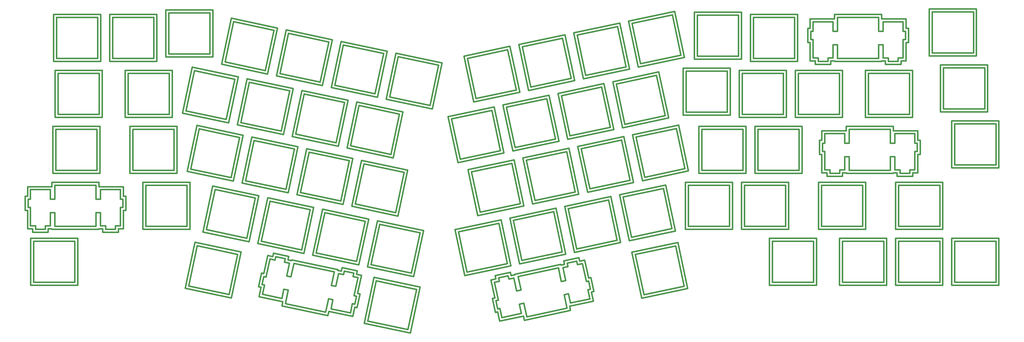
<source format=gbr>
%TF.GenerationSoftware,KiCad,Pcbnew,(6.0.1)*%
%TF.CreationDate,2022-05-08T22:21:04+09:00*%
%TF.ProjectId,skeleton68-plate,736b656c-6574-46f6-9e36-382d706c6174,rev?*%
%TF.SameCoordinates,Original*%
%TF.FileFunction,Paste,Top*%
%TF.FilePolarity,Positive*%
%FSLAX46Y46*%
G04 Gerber Fmt 4.6, Leading zero omitted, Abs format (unit mm)*
G04 Created by KiCad (PCBNEW (6.0.1)) date 2022-05-08 22:21:04*
%MOMM*%
%LPD*%
G01*
G04 APERTURE LIST*
%ADD10C,0.500000*%
G04 APERTURE END LIST*
D10*
X95695593Y-155920821D02*
X94869803Y-155920821D01*
X95695593Y-160719494D02*
X95695593Y-155920821D01*
X94869803Y-160719494D02*
X95695593Y-160719494D01*
X94869803Y-166989396D02*
X94869803Y-160719494D01*
X93144499Y-166989396D02*
X94869803Y-166989396D01*
X93144499Y-168189667D02*
X93144499Y-166989396D01*
X87845598Y-168189667D02*
X93144499Y-168189667D01*
X87845598Y-166989396D02*
X87845598Y-168189667D01*
X86594684Y-166989396D02*
X87845598Y-166989396D01*
X86594684Y-167219528D02*
X86594684Y-166989396D01*
X70595316Y-167219528D02*
X86594684Y-167219528D01*
X70595316Y-166989396D02*
X70595316Y-167219528D01*
X69345780Y-166989396D02*
X70595316Y-166989396D01*
X69345780Y-168189667D02*
X69345780Y-166989396D01*
X64045500Y-168189667D02*
X69345780Y-168189667D01*
X64045500Y-166989396D02*
X64045500Y-168189667D01*
X62320541Y-166989396D02*
X64045500Y-166989396D01*
X62320541Y-160719494D02*
X62320541Y-166989396D01*
X61494407Y-160719494D02*
X62320541Y-160719494D01*
X61494407Y-155920821D02*
X61494407Y-160719494D01*
X62320541Y-155920821D02*
X61494407Y-155920821D01*
X62320541Y-152690699D02*
X62320541Y-155920821D01*
X70595316Y-152690699D02*
X62320541Y-152690699D01*
X70595316Y-151220333D02*
X70595316Y-152690699D01*
X86594684Y-151220333D02*
X70595316Y-151220333D01*
X86594684Y-152690699D02*
X86594684Y-151220333D01*
X94869803Y-152690699D02*
X86594684Y-152690699D01*
X94869803Y-155920821D02*
X94869803Y-152690699D01*
X94695568Y-156920717D02*
X94695568Y-159719620D01*
X93869563Y-156920717D02*
X94695568Y-156920717D01*
X93869563Y-153690617D02*
X93869563Y-156920717D01*
X87120556Y-153690617D02*
X93869563Y-153690617D01*
X87120556Y-156920717D02*
X87120556Y-153690617D01*
X85594551Y-156920717D02*
X87120556Y-156920717D01*
X85594551Y-152220315D02*
X85594551Y-156920717D01*
X71595556Y-152220315D02*
X85594551Y-152220315D01*
X71595556Y-156920717D02*
X71595556Y-152220315D01*
X70069551Y-156920717D02*
X71595556Y-156920717D01*
X70069551Y-153690617D02*
X70069551Y-156920717D01*
X63320566Y-153690617D02*
X70069551Y-153690617D01*
X63320566Y-156920717D02*
X63320566Y-153690617D01*
X62494562Y-156920717D02*
X63320566Y-156920717D01*
X62494562Y-159719620D02*
X62494562Y-156920717D01*
X63320566Y-159719620D02*
X62494562Y-159719620D01*
X63320566Y-165989522D02*
X63320566Y-159719620D01*
X65045547Y-165989522D02*
X63320566Y-165989522D01*
X65045547Y-167189728D02*
X65045547Y-165989522D01*
X68345561Y-167189728D02*
X65045547Y-167189728D01*
X68345561Y-165989522D02*
X68345561Y-167189728D01*
X70069551Y-165989522D02*
X68345561Y-165989522D01*
X70069551Y-161520630D02*
X70069551Y-165989522D01*
X71595556Y-161520630D02*
X70069551Y-161520630D01*
X71595556Y-166219611D02*
X71595556Y-161520630D01*
X85594551Y-166219611D02*
X71595556Y-166219611D01*
X85594551Y-161520630D02*
X85594551Y-166219611D01*
X87120556Y-161520630D02*
X85594551Y-161520630D01*
X87120556Y-165989522D02*
X87120556Y-161520630D01*
X88845559Y-165989522D02*
X87120556Y-165989522D01*
X88845559Y-167189728D02*
X88845559Y-165989522D01*
X92144561Y-167189728D02*
X88845559Y-167189728D01*
X92144561Y-165989522D02*
X92144561Y-167189728D01*
X93869563Y-165989522D02*
X92144561Y-165989522D01*
X93869563Y-159719620D02*
X93869563Y-165989522D01*
X94695568Y-159719620D02*
X93869563Y-159719620D01*
X285370695Y-108677087D02*
X282046178Y-93025502D01*
X269720660Y-112003327D02*
X285370695Y-108677087D01*
X266394764Y-96353636D02*
X269720660Y-112003327D01*
X282046178Y-93025502D02*
X266394764Y-96353636D01*
X270490918Y-110817288D02*
X267580911Y-97123701D01*
X284184915Y-107906807D02*
X270490918Y-110817288D01*
X281275919Y-94211691D02*
X284184915Y-107906807D01*
X267580911Y-97123701D02*
X281275919Y-94211691D01*
X266737896Y-112637741D02*
X263412345Y-96987706D01*
X251088550Y-115963809D02*
X266737896Y-112637741D01*
X247760932Y-100313429D02*
X251088550Y-115963809D01*
X263412345Y-96987706D02*
X247760932Y-100313429D01*
X251858916Y-114777899D02*
X248946928Y-101083709D01*
X265551922Y-111867504D02*
X251858916Y-114777899D01*
X262641914Y-98173702D02*
X265551922Y-111867504D01*
X248946928Y-101083709D02*
X262641914Y-98173702D01*
X248105097Y-116598051D02*
X244776790Y-100946638D01*
X232453684Y-119924118D02*
X248105097Y-116598051D01*
X229126755Y-104274600D02*
X232453684Y-119924118D01*
X244776790Y-100946638D02*
X229126755Y-104274600D01*
X233223921Y-118738209D02*
X230312923Y-105044794D01*
X246918929Y-115827792D02*
X233223921Y-118738209D01*
X244006919Y-102132698D02*
X246918929Y-115827792D01*
X230312923Y-105044794D02*
X244006919Y-102132698D01*
X229470920Y-120558533D02*
X226143302Y-104909014D01*
X213819679Y-123886323D02*
X229470920Y-120558533D01*
X210493956Y-108235082D02*
X213819679Y-123886323D01*
X226143302Y-104909014D02*
X210493956Y-108235082D01*
X214589916Y-122700198D02*
X211679930Y-109005405D01*
X228284924Y-119788403D02*
X214589916Y-122700198D01*
X225372914Y-106094988D02*
X228284924Y-119788403D01*
X211679930Y-109005405D02*
X225372914Y-106094988D01*
X280015983Y-129291505D02*
X276688365Y-113640092D01*
X264364570Y-132617400D02*
X280015983Y-129291505D01*
X261038675Y-116967537D02*
X264364570Y-132617400D01*
X276688365Y-113640092D02*
X261038675Y-116967537D01*
X265134915Y-131431491D02*
X262224929Y-117737689D01*
X278829923Y-128521096D02*
X265134915Y-131431491D01*
X275917913Y-114826195D02*
X278829923Y-128521096D01*
X262224929Y-117737689D02*
X275917913Y-114826195D01*
X261382151Y-133251642D02*
X258056255Y-117601952D01*
X245730737Y-136577710D02*
X261382151Y-133251642D01*
X242406220Y-120926641D02*
X245730737Y-136577710D01*
X258056255Y-117601952D02*
X242406220Y-120926641D01*
X246500910Y-135391800D02*
X243591914Y-121696900D01*
X260195918Y-132481298D02*
X246500910Y-135391800D01*
X257285910Y-118787904D02*
X260195918Y-132481298D01*
X243591914Y-121696900D02*
X257285910Y-118787904D01*
X242747974Y-137212297D02*
X239422078Y-121560883D01*
X227098972Y-140538364D02*
X242747974Y-137212297D01*
X223770837Y-124888845D02*
X227098972Y-140538364D01*
X239422078Y-121560883D02*
X223770837Y-124888845D01*
X227868929Y-139352390D02*
X224956919Y-125658997D01*
X241561913Y-136441995D02*
X227868929Y-139352390D01*
X238651927Y-122747094D02*
X241561913Y-136441995D01*
X224956919Y-125658997D02*
X238651927Y-122747094D01*
X224113969Y-141172778D02*
X220788246Y-125522915D01*
X208464795Y-144500224D02*
X224113969Y-141172778D01*
X205136833Y-128848983D02*
X208464795Y-144500224D01*
X220788246Y-125522915D02*
X205136833Y-128848983D01*
X209234924Y-143314099D02*
X206322914Y-129619306D01*
X222927930Y-140402606D02*
X209234924Y-143314099D01*
X220017923Y-126708803D02*
X222927930Y-140402606D01*
X206322914Y-129619306D02*
X220017923Y-126708803D01*
X286771126Y-147331403D02*
X283445231Y-131678440D01*
X271120746Y-150656093D02*
X286771126Y-147331403D01*
X267794851Y-135006230D02*
X271120746Y-150656093D01*
X283445231Y-131678440D02*
X267794851Y-135006230D01*
X271890919Y-149470097D02*
X268980912Y-135776295D01*
X285584915Y-146561101D02*
X271890919Y-149470097D01*
X282674929Y-132864500D02*
X285584915Y-146561101D01*
X268980912Y-135776295D02*
X282674929Y-132864500D01*
X268136949Y-151290335D02*
X264811399Y-135640299D01*
X252487948Y-154617952D02*
X268136949Y-151290335D01*
X249159641Y-138968089D02*
X252487948Y-154617952D01*
X264811399Y-135640299D02*
X249159641Y-138968089D01*
X253257926Y-153431806D02*
X250345916Y-139738305D01*
X266950911Y-150519904D02*
X253257926Y-153431806D01*
X264040925Y-136826489D02*
X266950911Y-150519904D01*
X250345916Y-139738305D02*
X264040925Y-136826489D01*
X249505184Y-155252195D02*
X246176877Y-139602159D01*
X233853426Y-158578434D02*
X249505184Y-155252195D01*
X230527875Y-142928227D02*
X233853426Y-158578434D01*
X246176877Y-139602159D02*
X230527875Y-142928227D01*
X234623922Y-157392395D02*
X231713914Y-143698593D01*
X248318930Y-154482000D02*
X234623922Y-157392395D01*
X245406920Y-140788198D02*
X248318930Y-154482000D01*
X231713914Y-143698593D02*
X245406920Y-140788198D01*
X230871007Y-159212676D02*
X227543389Y-143562813D01*
X215219594Y-162538916D02*
X230871007Y-159212676D01*
X211893871Y-146888881D02*
X215219594Y-162538916D01*
X227543389Y-143562813D02*
X211893871Y-146888881D01*
X215989917Y-161352705D02*
X213079931Y-147659204D01*
X229684925Y-158442288D02*
X215989917Y-161352705D01*
X226772915Y-144748809D02*
X229684925Y-158442288D01*
X213079931Y-147659204D02*
X226772915Y-144748809D01*
X282347968Y-167746867D02*
X279020350Y-152097176D01*
X266696555Y-171073107D02*
X282347968Y-167746867D01*
X263369626Y-155421693D02*
X266696555Y-171073107D01*
X279020350Y-152097176D02*
X263369626Y-155421693D01*
X267466921Y-169887003D02*
X264555923Y-156191909D01*
X281161929Y-166976694D02*
X267466921Y-169887003D01*
X278249919Y-153282892D02*
X281161929Y-166976694D01*
X264555923Y-156191909D02*
X278249919Y-153282892D01*
X263714136Y-171707349D02*
X260385829Y-156055935D01*
X248062722Y-175033588D02*
X263714136Y-171707349D01*
X244735794Y-159383553D02*
X248062722Y-175033588D01*
X260385829Y-156055935D02*
X244735794Y-159383553D01*
X248832917Y-173847507D02*
X245921919Y-160153898D01*
X262527925Y-170937004D02*
X248832917Y-173847507D01*
X259615915Y-157242103D02*
X262527925Y-170937004D01*
X245921919Y-160153898D02*
X259615915Y-157242103D01*
X245079959Y-175667830D02*
X241752341Y-160017795D01*
X229428545Y-178995448D02*
X245079959Y-175667830D01*
X226102650Y-163344035D02*
X229428545Y-178995448D01*
X241752341Y-160017795D02*
X226102650Y-163344035D01*
X230198912Y-177809302D02*
X227288926Y-164114207D01*
X243893920Y-174897507D02*
X230198912Y-177809302D01*
X240981910Y-161203791D02*
X243893920Y-174897507D01*
X227288926Y-164114207D02*
X240981910Y-161203791D01*
X226446126Y-179628312D02*
X223120231Y-163978277D01*
X210794541Y-182954552D02*
X226446126Y-179628312D01*
X207470024Y-167304517D02*
X210794541Y-182954552D01*
X223120231Y-163978277D02*
X207470024Y-167304517D01*
X211564929Y-181768405D02*
X208655912Y-168074905D01*
X225259915Y-178857989D02*
X211564929Y-181768405D01*
X222349929Y-165164402D02*
X225259915Y-178857989D01*
X208655912Y-168074905D02*
X222349929Y-165164402D01*
X286504820Y-187312253D02*
X283180303Y-171660840D01*
X270854441Y-190638493D02*
X286504820Y-187312253D01*
X267528890Y-174988458D02*
X270854441Y-190638493D01*
X283180303Y-171660840D02*
X267528890Y-174988458D01*
X271624915Y-189452389D02*
X268714929Y-175758802D01*
X285318911Y-186541994D02*
X271624915Y-189452389D01*
X282409915Y-172847008D02*
X285318911Y-186541994D01*
X268714929Y-175758802D02*
X282409915Y-172847008D01*
X254497816Y-191664787D02*
X253826023Y-188505979D01*
X246404598Y-193385956D02*
X254497816Y-191664787D01*
X246709833Y-194822217D02*
X246404598Y-193385956D01*
X231058420Y-198149834D02*
X246709833Y-194822217D01*
X230752840Y-196710818D02*
X231058420Y-198149834D01*
X222659105Y-198432332D02*
X230752840Y-196710818D01*
X221988345Y-195273180D02*
X222659105Y-198432332D01*
X221180126Y-195445435D02*
X221988345Y-195273180D01*
X220183804Y-190748047D02*
X221180126Y-195445435D01*
X220990129Y-190577170D02*
X220183804Y-190748047D01*
X219685471Y-184446278D02*
X220990129Y-190577170D01*
X221374084Y-184086266D02*
X219685471Y-184446278D01*
X221125176Y-182911833D02*
X221374084Y-184086266D01*
X226307633Y-181809747D02*
X221125176Y-182911833D01*
X226557403Y-182984180D02*
X226307633Y-181809747D01*
X227779378Y-182725108D02*
X226557403Y-182984180D01*
X227731491Y-182500144D02*
X227779378Y-182725108D01*
X243381871Y-179172181D02*
X227731491Y-182500144D01*
X243429758Y-179396802D02*
X243381871Y-179172181D01*
X244652767Y-179138075D02*
X243429758Y-179396802D01*
X244403686Y-177964676D02*
X244652767Y-179138075D01*
X249589589Y-176862589D02*
X244403686Y-177964676D01*
X249838325Y-178036678D02*
X249589589Y-176862589D01*
X251524699Y-177675632D02*
X249838325Y-178036678D01*
X252828667Y-183809969D02*
X251524699Y-177675632D01*
X253635853Y-183637370D02*
X252828667Y-183809969D01*
X254632519Y-188335102D02*
X253635853Y-183637370D01*
X253826023Y-188505979D02*
X254632519Y-188335102D01*
X252639575Y-187734902D02*
X253311584Y-190894700D01*
X253446588Y-187563982D02*
X252639575Y-187734902D01*
X252865573Y-184824485D02*
X253446588Y-187563982D01*
X252058581Y-184996697D02*
X252865573Y-184824485D01*
X250754591Y-178863049D02*
X252058581Y-184996697D01*
X249067592Y-179224116D02*
X250754591Y-178863049D01*
X248818576Y-178048628D02*
X249067592Y-179224116D01*
X245589574Y-178734891D02*
X248818576Y-178048628D01*
X245838590Y-179909001D02*
X245589574Y-178734891D01*
X244152582Y-180265913D02*
X245838590Y-179909001D01*
X245080583Y-184639785D02*
X244152582Y-180265913D01*
X243588577Y-184956798D02*
X245080583Y-184639785D01*
X242611591Y-180358242D02*
X243588577Y-184956798D01*
X228917573Y-183270015D02*
X242611591Y-180358242D01*
X229895593Y-187867193D02*
X228917573Y-183270015D01*
X228403586Y-188184099D02*
X229895593Y-187867193D01*
X227475585Y-183811584D02*
X228403586Y-188184099D01*
X225787575Y-184169895D02*
X227475585Y-183811584D01*
X225537590Y-182995807D02*
X225787575Y-184169895D01*
X222310591Y-183682091D02*
X225537590Y-182995807D01*
X222559585Y-184856201D02*
X222310591Y-183682091D01*
X220871574Y-185215783D02*
X222559585Y-184856201D01*
X222176576Y-191348096D02*
X220871574Y-185215783D01*
X221369584Y-191518995D02*
X222176576Y-191348096D01*
X221950578Y-194258491D02*
X221369584Y-191518995D01*
X222758582Y-194086301D02*
X221950578Y-194258491D01*
X223429579Y-197246100D02*
X222758582Y-194086301D01*
X230031588Y-195841900D02*
X223429579Y-197246100D01*
X229360591Y-192683394D02*
X230031588Y-195841900D01*
X230851585Y-192366488D02*
X229360591Y-192683394D01*
X231828593Y-196963602D02*
X230851585Y-192366488D01*
X245523579Y-194051786D02*
X231828593Y-196963602D01*
X244546593Y-189456093D02*
X245523579Y-194051786D01*
X246038578Y-189139101D02*
X244546593Y-189456093D01*
X246708585Y-192298986D02*
X246038578Y-189139101D01*
X253311584Y-190894700D02*
X246708585Y-192298986D01*
X147169139Y-98676664D02*
X131519965Y-95351114D01*
X143843416Y-114328422D02*
X147169139Y-98676664D01*
X128192175Y-111000632D02*
X143843416Y-114328422D01*
X131519965Y-95351114D02*
X128192175Y-111000632D01*
X145983101Y-99447009D02*
X143073093Y-113142297D01*
X132290095Y-96537002D02*
X145983101Y-99447009D01*
X129378300Y-110230502D02*
X132290095Y-96537002D01*
X143073093Y-113142297D02*
X129378300Y-110230502D01*
X165802110Y-102637663D02*
X150151731Y-99310906D01*
X162477421Y-118287181D02*
X165802110Y-102637663D01*
X146826180Y-114962492D02*
X162477421Y-118287181D01*
X150151731Y-99310906D02*
X146826180Y-114962492D01*
X164616093Y-103408008D02*
X161707098Y-117101207D01*
X150922097Y-100497010D02*
X164616093Y-103408008D01*
X148012090Y-114192190D02*
X150922097Y-100497010D01*
X161707098Y-117101207D02*
X148012090Y-114192190D01*
X184436287Y-106598145D02*
X168785735Y-103272077D01*
X181109186Y-122249386D02*
X184436287Y-106598145D01*
X165460185Y-118921596D02*
X181109186Y-122249386D01*
X168785735Y-103272077D02*
X165460185Y-118921596D01*
X183250098Y-107368403D02*
X180339100Y-121063304D01*
X169556102Y-104458008D02*
X183250098Y-107368403D01*
X166646094Y-118151401D02*
X169556102Y-104458008D01*
X180339100Y-121063304D02*
X166646094Y-118151401D01*
X203071326Y-110560004D02*
X187419740Y-107232214D01*
X199743191Y-126209867D02*
X203071326Y-110560004D01*
X184094189Y-122883800D02*
X199743191Y-126209867D01*
X187419740Y-107232214D02*
X184094189Y-122883800D01*
X201885093Y-111330091D02*
X198973105Y-125023893D01*
X188190085Y-108418296D02*
X201885093Y-111330091D01*
X185280099Y-122113498D02*
X188190085Y-108418296D01*
X198973105Y-125023893D02*
X185280099Y-122113498D01*
X133892603Y-115330773D02*
X118240845Y-112004705D01*
X130564640Y-130980463D02*
X133892603Y-115330773D01*
X114914777Y-127654396D02*
X130564640Y-130980463D01*
X118240845Y-112004705D02*
X114914777Y-127654396D01*
X132706392Y-116101096D02*
X129794489Y-129794489D01*
X119011190Y-113190701D02*
X132706392Y-116101096D01*
X116100794Y-126884094D02*
X119011190Y-113190701D01*
X129794489Y-129794489D02*
X116100794Y-126884094D01*
X152526263Y-119291082D02*
X136874849Y-115965015D01*
X149198300Y-134941117D02*
X152526263Y-119291082D01*
X133548782Y-131615050D02*
X149198300Y-134941117D01*
X136874849Y-115965015D02*
X133548782Y-131615050D01*
X151340095Y-120061405D02*
X148428085Y-133755100D01*
X137645087Y-117150903D02*
X151340095Y-120061405D01*
X134734799Y-130844705D02*
X137645087Y-117150903D01*
X148428085Y-133755100D02*
X134734799Y-130844705D01*
X171158028Y-123251736D02*
X155509026Y-119925669D01*
X167832477Y-138901427D02*
X171158028Y-123251736D01*
X152181925Y-135576737D02*
X167832477Y-138901427D01*
X155509026Y-119925669D02*
X152181925Y-135576737D01*
X169972097Y-124021995D02*
X167062089Y-137715410D01*
X156279091Y-121111600D02*
X169972097Y-124021995D01*
X153368093Y-134806393D02*
X156279091Y-121111600D01*
X167062089Y-137715410D02*
X153368093Y-134806393D01*
X189792033Y-127212046D02*
X174142859Y-123885978D01*
X186466482Y-142863631D02*
X189792033Y-127212046D01*
X170814897Y-139535841D02*
X186466482Y-142863631D01*
X174142859Y-123885978D02*
X170814897Y-139535841D01*
X188606102Y-127982304D02*
X185696094Y-141677506D01*
X174913096Y-125071909D02*
X188606102Y-127982304D01*
X172001086Y-138765604D02*
X174913096Y-125071909D01*
X185696094Y-141677506D02*
X172001086Y-138765604D01*
X135521099Y-135152302D02*
X119870030Y-131826234D01*
X132195032Y-150803543D02*
X135521099Y-135152302D01*
X116544996Y-147475753D02*
X132195032Y-150803543D01*
X119870030Y-131826234D02*
X116544996Y-147475753D01*
X134335190Y-135922603D02*
X131424687Y-149617396D01*
X120640289Y-133012208D02*
X134335190Y-135922603D01*
X117730992Y-146705602D02*
X120640289Y-133012208D01*
X131424687Y-149617396D02*
X117730992Y-146705602D01*
X154155276Y-139114506D02*
X138503863Y-135786716D01*
X150827314Y-154764369D02*
X154155276Y-139114506D01*
X135177623Y-151436062D02*
X150827314Y-154764369D01*
X138503863Y-135786716D02*
X135177623Y-151436062D01*
X152969087Y-139884700D02*
X150057098Y-153578093D01*
X139274100Y-136972798D02*
X152969087Y-139884700D01*
X136363597Y-150666191D02*
X139274100Y-136972798D01*
X150057098Y-153578093D02*
X136363597Y-150666191D01*
X172789281Y-143073265D02*
X157138901Y-139748576D01*
X169461319Y-158724506D02*
X172789281Y-143073265D01*
X153810939Y-155398267D02*
X169461319Y-158724506D01*
X157138901Y-139748576D02*
X153810939Y-155398267D01*
X171603091Y-143843502D02*
X168691103Y-157538403D01*
X157909095Y-140934507D02*
X171603091Y-143843502D01*
X154997085Y-154627900D02*
X157909095Y-140934507D01*
X168691103Y-157538403D02*
X154997085Y-154627900D01*
X191423286Y-147035470D02*
X175771872Y-143707507D01*
X188096185Y-162684988D02*
X191423286Y-147035470D01*
X172444944Y-159359093D02*
X188096185Y-162684988D01*
X175771872Y-143707507D02*
X172444944Y-159359093D01*
X190237096Y-147805599D02*
X187326098Y-161498992D01*
X176542088Y-144893697D02*
X190237096Y-147805599D01*
X173631090Y-158588597D02*
X176542088Y-144893697D01*
X187326098Y-161498992D02*
X173631090Y-158588597D01*
X140877017Y-155766547D02*
X125226120Y-152440308D01*
X137551294Y-171416583D02*
X140877017Y-155766547D01*
X121900053Y-168089998D02*
X137551294Y-171416583D01*
X125226120Y-152440308D02*
X121900053Y-168089998D01*
X139691086Y-156536806D02*
X136780992Y-170230307D01*
X125996487Y-153626389D02*
X139691086Y-156536806D01*
X123086092Y-167319804D02*
X125996487Y-153626389D01*
X136780992Y-170230307D02*
X123086092Y-167319804D01*
X159509988Y-159728063D02*
X143859781Y-156400445D01*
X156185471Y-175378098D02*
X159509988Y-159728063D01*
X140534058Y-172050480D02*
X156185471Y-175378098D01*
X143859781Y-156400445D02*
X140534058Y-172050480D01*
X158324100Y-160498494D02*
X155415104Y-174192102D01*
X144630104Y-157586699D02*
X158324100Y-160498494D01*
X141720096Y-171280307D02*
X144630104Y-157586699D01*
X155415104Y-174192102D02*
X141720096Y-171280307D01*
X178145199Y-163687511D02*
X162493785Y-160361271D01*
X174817236Y-179338580D02*
X178145199Y-163687511D01*
X159168062Y-176012684D02*
X174817236Y-179338580D01*
X162493785Y-160361271D02*
X159168062Y-176012684D01*
X176959095Y-164457705D02*
X174047085Y-178152605D01*
X163264087Y-161547310D02*
X176959095Y-164457705D01*
X160354101Y-175242189D02*
X163264087Y-161547310D01*
X174047085Y-178152605D02*
X160354101Y-175242189D01*
X196779203Y-167649026D02*
X181127790Y-164321408D01*
X193451241Y-183299406D02*
X196779203Y-167649026D01*
X177802067Y-179971788D02*
X193451241Y-183299406D01*
X181127790Y-164321408D02*
X177802067Y-179971788D01*
X195593100Y-168419393D02*
X192681090Y-182113109D01*
X181898092Y-165507598D02*
X195593100Y-168419393D01*
X178988084Y-179201293D02*
X181898092Y-165507598D01*
X192681090Y-182113109D02*
X178988084Y-179201293D01*
X134854129Y-174936437D02*
X119204266Y-171608819D01*
X131529267Y-190586472D02*
X134854129Y-174936437D01*
X115878198Y-187259888D02*
X131529267Y-190586472D01*
X119204266Y-171608819D02*
X115878198Y-187259888D01*
X133668090Y-175706609D02*
X130758987Y-189400196D01*
X119974589Y-172794793D02*
X133668090Y-175706609D01*
X117064194Y-186489693D02*
X119974589Y-172794793D01*
X130758987Y-189400196D02*
X117064194Y-186489693D01*
X174404858Y-189014475D02*
X175709172Y-182880827D01*
X175210322Y-189186730D02*
X174404858Y-189014475D01*
X174214689Y-193881361D02*
X175210322Y-189186730D01*
X173406470Y-193709106D02*
X174214689Y-193881361D01*
X172735365Y-196867570D02*
X173406470Y-193709106D01*
X164642147Y-195147434D02*
X172735365Y-196867570D01*
X164336395Y-196586450D02*
X164642147Y-195147434D01*
X148684981Y-193258143D02*
X164336395Y-196586450D01*
X148990561Y-191821194D02*
X148684981Y-193258143D01*
X140895620Y-190101747D02*
X148990561Y-191821194D01*
X141568448Y-186942250D02*
X140895620Y-190101747D01*
X140760917Y-186771718D02*
X141568448Y-186942250D01*
X141758789Y-182075019D02*
X140760917Y-186771718D01*
X142566836Y-182246929D02*
X141758789Y-182075019D01*
X143869771Y-176113970D02*
X142566836Y-182246929D01*
X145556490Y-176471916D02*
X143869771Y-176113970D01*
X145804709Y-175297483D02*
X145556490Y-176471916D01*
X150991817Y-176401291D02*
X145804709Y-175297483D01*
X150741703Y-177574002D02*
X150991817Y-176401291D01*
X151962990Y-177833417D02*
X150741703Y-177574002D01*
X152010704Y-177608797D02*
X151962990Y-177833417D01*
X167661256Y-180936415D02*
X152010704Y-177608797D01*
X167613542Y-181160691D02*
X167661256Y-180936415D01*
X168837240Y-181420451D02*
X167613542Y-181160691D01*
X169087353Y-180246018D02*
X168837240Y-181420451D01*
X174268605Y-181348448D02*
X169087353Y-180246018D01*
X174020902Y-182522192D02*
X174268605Y-181348448D01*
X175709172Y-182880827D02*
X174020902Y-182522192D01*
X173219100Y-189783205D02*
X174025101Y-189955503D01*
X174523090Y-183650999D02*
X173219100Y-189783205D01*
X172836091Y-183292709D02*
X174523090Y-183650999D01*
X173084095Y-182118599D02*
X172836091Y-183292709D01*
X169857095Y-181432293D02*
X173084095Y-182118599D01*
X169607089Y-182606403D02*
X169857095Y-181432293D01*
X167919100Y-182248092D02*
X169607089Y-182606403D01*
X166990087Y-186619294D02*
X167919100Y-182248092D01*
X165498102Y-186302302D02*
X166990087Y-186619294D01*
X166475088Y-181706609D02*
X165498102Y-186302302D01*
X152781092Y-178794793D02*
X166475088Y-181706609D01*
X151804085Y-183391907D02*
X152781092Y-178794793D01*
X150313090Y-183075001D02*
X151804085Y-183391907D01*
X151242103Y-178702507D02*
X150313090Y-183075001D01*
X149555105Y-178344196D02*
X151242103Y-178702507D01*
X149805089Y-177171399D02*
X149555105Y-178344196D01*
X146576088Y-176483801D02*
X149805089Y-177171399D01*
X146328105Y-177657890D02*
X146576088Y-176483801D01*
X144640095Y-177299600D02*
X146328105Y-177657890D01*
X143337095Y-183433205D02*
X144640095Y-177299600D01*
X142529091Y-183260993D02*
X143337095Y-183433205D01*
X141947085Y-186000490D02*
X142529091Y-183260993D01*
X142755089Y-186171410D02*
X141947085Y-186000490D01*
X142082090Y-189331294D02*
X142755089Y-186171410D01*
X148686101Y-190734094D02*
X142082090Y-189331294D01*
X149357098Y-187574210D02*
X148686101Y-190734094D01*
X150848092Y-187892601D02*
X149357098Y-187574210D01*
X149871085Y-192488294D02*
X150848092Y-187892601D01*
X163566093Y-195400132D02*
X149871085Y-192488294D01*
X164543100Y-190802996D02*
X163566093Y-195400132D01*
X166034095Y-191119902D02*
X164543100Y-190802996D01*
X165363098Y-194278408D02*
X166034095Y-191119902D01*
X171965085Y-195681251D02*
X165363098Y-194278408D01*
X172636103Y-192522809D02*
X171965085Y-195681251D01*
X173444086Y-192694999D02*
X172636103Y-192522809D01*
X174025101Y-189955503D02*
X173444086Y-192694999D01*
X195613211Y-186877138D02*
X179961797Y-183549520D01*
X192285248Y-202527173D02*
X195613211Y-186877138D01*
X176636074Y-199199555D02*
X192285248Y-202527173D01*
X179961797Y-183549520D02*
X176636074Y-199199555D01*
X194427086Y-187647310D02*
X191515097Y-201340876D01*
X180732099Y-184735494D02*
X194427086Y-187647310D01*
X177822092Y-198429081D02*
X180732099Y-184735494D01*
X191515097Y-201340876D02*
X177822092Y-198429081D01*
X384557750Y-92164228D02*
X368556660Y-92164228D01*
X384557750Y-108165318D02*
X384557750Y-92164228D01*
X368556660Y-108165318D02*
X384557750Y-108165318D01*
X368556660Y-92164228D02*
X368556660Y-108165318D01*
X383557639Y-93164188D02*
X383557639Y-107165401D01*
X369556642Y-93164188D02*
X383557639Y-93164188D01*
X369556642Y-107165401D02*
X369556642Y-93164188D01*
X383557639Y-107165401D02*
X369556642Y-107165401D01*
X125286237Y-92546289D02*
X109287042Y-92546289D01*
X125286237Y-108545657D02*
X125286237Y-92546289D01*
X109287042Y-108545657D02*
X125286237Y-108545657D01*
X109287042Y-92546289D02*
X109287042Y-108545657D01*
X124286341Y-93546185D02*
X124286341Y-107545696D01*
X110287045Y-93546185D02*
X124286341Y-93546185D01*
X110287045Y-107545696D02*
X110287045Y-93546185D01*
X124286341Y-107545696D02*
X110287045Y-107545696D01*
X304738677Y-93308172D02*
X288736553Y-93308172D01*
X304738677Y-109307712D02*
X304738677Y-93308172D01*
X288736553Y-109307712D02*
X304738677Y-109307712D01*
X288736553Y-93308172D02*
X288736553Y-109307712D01*
X303738652Y-94308197D02*
X303738652Y-108307687D01*
X289736643Y-94308197D02*
X303738652Y-94308197D01*
X289736643Y-108307687D02*
X289736643Y-94308197D01*
X303738652Y-108307687D02*
X289736643Y-108307687D01*
X323788677Y-94070227D02*
X307787587Y-94070227D01*
X323788677Y-110069595D02*
X323788677Y-94070227D01*
X307787587Y-110069595D02*
X323788677Y-110069595D01*
X307787587Y-94070227D02*
X307787587Y-110069595D01*
X322788652Y-95070188D02*
X322788652Y-109069699D01*
X308787655Y-95070188D02*
X322788652Y-95070188D01*
X308787655Y-109069699D02*
X308787655Y-95070188D01*
X322788652Y-109069699D02*
X308787655Y-109069699D01*
X106236237Y-94070227D02*
X90235663Y-94070227D01*
X106236237Y-110069595D02*
X106236237Y-94070227D01*
X90235663Y-110069595D02*
X106236237Y-110069595D01*
X90235663Y-94070227D02*
X90235663Y-110069595D01*
X105236341Y-95070188D02*
X105236341Y-109069699D01*
X91235646Y-95070188D02*
X105236341Y-95070188D01*
X91235646Y-109069699D02*
X91235646Y-95070188D01*
X105236341Y-109069699D02*
X91235646Y-109069699D01*
X87186237Y-94070227D02*
X71187042Y-94070227D01*
X87186237Y-110069595D02*
X87186237Y-94070227D01*
X71187042Y-110069595D02*
X87186237Y-110069595D01*
X71187042Y-94070227D02*
X71187042Y-110069595D01*
X86186341Y-95070188D02*
X86186341Y-109069699D01*
X72187045Y-95070188D02*
X86186341Y-95070188D01*
X72187045Y-109069699D02*
X72187045Y-95070188D01*
X86186341Y-109069699D02*
X72187045Y-109069699D01*
X361462863Y-98771232D02*
X360637763Y-98771232D01*
X361462863Y-103570078D02*
X361462863Y-98771232D01*
X360637763Y-103570078D02*
X361462863Y-103570078D01*
X360637763Y-109839463D02*
X360637763Y-103570078D01*
X358913837Y-109839463D02*
X360637763Y-109839463D01*
X358913837Y-111039734D02*
X358913837Y-109839463D01*
X353613558Y-111039734D02*
X358913837Y-111039734D01*
X353613558Y-109839463D02*
X353613558Y-111039734D01*
X352363677Y-109839463D02*
X353613558Y-109839463D01*
X352363677Y-110069595D02*
X352363677Y-109839463D01*
X336362587Y-110069595D02*
X352363677Y-110069595D01*
X336362587Y-109839463D02*
X336362587Y-110069595D01*
X335113740Y-109839463D02*
X336362587Y-109839463D01*
X335113740Y-111039734D02*
X335113740Y-109839463D01*
X329812427Y-111039734D02*
X335113740Y-111039734D01*
X329812427Y-109839463D02*
X329812427Y-111039734D01*
X328087467Y-109839463D02*
X329812427Y-109839463D01*
X328087467Y-103570078D02*
X328087467Y-109839463D01*
X327262367Y-103570078D02*
X328087467Y-103570078D01*
X327262367Y-98771232D02*
X327262367Y-103570078D01*
X328087467Y-98771232D02*
X327262367Y-98771232D01*
X328087467Y-95541283D02*
X328087467Y-98771232D01*
X336362587Y-95541283D02*
X328087467Y-95541283D01*
X336362587Y-94070227D02*
X336362587Y-95541283D01*
X352363677Y-94070227D02*
X336362587Y-94070227D01*
X352363677Y-95541283D02*
X352363677Y-94070227D01*
X360637763Y-95541283D02*
X352363677Y-95541283D01*
X360637763Y-98771232D02*
X360637763Y-95541283D01*
X360462645Y-99771193D02*
X360462645Y-102570182D01*
X359637652Y-99771193D02*
X360462645Y-99771193D01*
X359637652Y-96541200D02*
X359637652Y-99771193D01*
X352886643Y-96541200D02*
X359637652Y-96541200D01*
X352886643Y-99771193D02*
X352886643Y-96541200D01*
X351363652Y-99771193D02*
X352886643Y-99771193D01*
X351363652Y-95070188D02*
X351363652Y-99771193D01*
X337362655Y-95070188D02*
X351363652Y-95070188D01*
X337362655Y-99771193D02*
X337362655Y-95070188D01*
X335838652Y-99771193D02*
X337362655Y-99771193D01*
X335838652Y-96541200D02*
X335838652Y-99771193D01*
X329087643Y-96541200D02*
X335838652Y-96541200D01*
X329087643Y-99771193D02*
X329087643Y-96541200D01*
X328262650Y-99771193D02*
X329087643Y-99771193D01*
X328262650Y-102570182D02*
X328262650Y-99771193D01*
X329087643Y-102570182D02*
X328262650Y-102570182D01*
X329087643Y-108839588D02*
X329087643Y-102570182D01*
X330812646Y-108839588D02*
X329087643Y-108839588D01*
X330812646Y-110039795D02*
X330812646Y-108839588D01*
X334113650Y-110039795D02*
X330812646Y-110039795D01*
X334113650Y-108839588D02*
X334113650Y-110039795D01*
X335838652Y-108839588D02*
X334113650Y-108839588D01*
X335838652Y-104370696D02*
X335838652Y-108839588D01*
X337362655Y-104370696D02*
X335838652Y-104370696D01*
X337362655Y-109069699D02*
X337362655Y-104370696D01*
X351363652Y-109069699D02*
X337362655Y-109069699D01*
X351363652Y-104370696D02*
X351363652Y-109069699D01*
X352886643Y-104370696D02*
X351363652Y-104370696D01*
X352886643Y-108839588D02*
X352886643Y-104370696D01*
X354613648Y-108839588D02*
X352886643Y-108839588D01*
X354613648Y-110039795D02*
X354613648Y-108839588D01*
X357913640Y-110039795D02*
X354613648Y-110039795D01*
X357913640Y-108839588D02*
X357913640Y-110039795D01*
X359637652Y-108839588D02*
X357913640Y-108839588D01*
X359637652Y-102570182D02*
X359637652Y-108839588D01*
X360462645Y-102570182D02*
X359637652Y-102570182D01*
X388367681Y-111214400D02*
X372366591Y-111214400D01*
X388367681Y-127215318D02*
X388367681Y-111214400D01*
X372366591Y-127215318D02*
X388367681Y-127215318D01*
X372366591Y-111214400D02*
X372366591Y-127215318D01*
X387367656Y-112214296D02*
X387367656Y-126215401D01*
X373366659Y-112214296D02*
X387367656Y-112214296D01*
X373366659Y-126215401D02*
X373366659Y-112214296D01*
X387367656Y-126215401D02*
X373366659Y-126215401D01*
X300928746Y-112358516D02*
X284927656Y-112358516D01*
X300928746Y-128357712D02*
X300928746Y-112358516D01*
X284927656Y-128357712D02*
X300928746Y-128357712D01*
X284927656Y-112358516D02*
X284927656Y-128357712D01*
X299928656Y-113358391D02*
X299928656Y-127357687D01*
X285927659Y-113358391D02*
X299928656Y-113358391D01*
X285927659Y-127357687D02*
X285927659Y-113358391D01*
X299928656Y-127357687D02*
X285927659Y-127357687D01*
X362839868Y-113120399D02*
X346840500Y-113120399D01*
X362839868Y-129119595D02*
X362839868Y-113120399D01*
X346840500Y-129119595D02*
X362839868Y-129119595D01*
X346840500Y-113120399D02*
X346840500Y-129119595D01*
X361839671Y-114120381D02*
X361839671Y-128119699D01*
X347840654Y-114120381D02*
X361839671Y-114120381D01*
X347840654Y-128119699D02*
X347840654Y-114120381D01*
X361839671Y-128119699D02*
X347840654Y-128119699D01*
X339028746Y-113120399D02*
X323027656Y-113120399D01*
X339028746Y-129119595D02*
X339028746Y-113120399D01*
X323027656Y-129119595D02*
X339028746Y-129119595D01*
X323027656Y-113120399D02*
X323027656Y-129119595D01*
X338028656Y-114120381D02*
X338028656Y-128119699D01*
X324027659Y-114120381D02*
X338028656Y-114120381D01*
X324027659Y-128119699D02*
X324027659Y-114120381D01*
X338028656Y-128119699D02*
X324027659Y-128119699D01*
X319978746Y-113120399D02*
X303977656Y-113120399D01*
X319978746Y-129119595D02*
X319978746Y-113120399D01*
X303977656Y-129119595D02*
X319978746Y-129119595D01*
X303977656Y-113120399D02*
X303977656Y-129119595D01*
X318978656Y-114120381D02*
X318978656Y-128119699D01*
X304977659Y-114120381D02*
X318978656Y-114120381D01*
X304977659Y-128119699D02*
X304977659Y-114120381D01*
X318978656Y-128119699D02*
X304977659Y-128119699D01*
X111475711Y-113120399D02*
X95473759Y-113120399D01*
X111475711Y-129119595D02*
X111475711Y-113120399D01*
X95473759Y-129119595D02*
X111475711Y-129119595D01*
X95473759Y-113120399D02*
X95473759Y-129119595D01*
X110475750Y-114120381D02*
X110475750Y-128119699D01*
X96473655Y-114120381D02*
X110475750Y-114120381D01*
X96473655Y-128119699D02*
X96473655Y-114120381D01*
X110475750Y-128119699D02*
X96473655Y-128119699D01*
X87663211Y-113120399D02*
X71663671Y-113120399D01*
X87663211Y-129119595D02*
X87663211Y-113120399D01*
X71663671Y-129119595D02*
X87663211Y-129119595D01*
X71663671Y-113120399D02*
X71663671Y-129119595D01*
X86663250Y-114120381D02*
X86663250Y-128119699D01*
X72663653Y-114120381D02*
X86663250Y-114120381D01*
X72663653Y-128119699D02*
X72663653Y-114120381D01*
X86663250Y-128119699D02*
X72663653Y-128119699D01*
X392177612Y-130264400D02*
X376177555Y-130264400D01*
X392177612Y-146265318D02*
X392177612Y-130264400D01*
X376177555Y-146265318D02*
X392177612Y-146265318D01*
X376177555Y-130264400D02*
X376177555Y-146265318D01*
X391177673Y-131264296D02*
X391177673Y-145265401D01*
X377177666Y-131264296D02*
X391177673Y-131264296D01*
X377177666Y-145265401D02*
X377177666Y-131264296D01*
X391177673Y-145265401D02*
X377177666Y-145265401D01*
X325311754Y-132170399D02*
X309311697Y-132170399D01*
X325311754Y-148169595D02*
X325311754Y-132170399D01*
X309311697Y-148169595D02*
X325311754Y-148169595D01*
X309311697Y-132170399D02*
X309311697Y-148169595D01*
X324311643Y-133170381D02*
X324311643Y-147169699D01*
X310311657Y-133170381D02*
X324311643Y-133170381D01*
X310311657Y-147169699D02*
X310311657Y-133170381D01*
X324311643Y-147169699D02*
X310311657Y-147169699D01*
X306261754Y-132170399D02*
X290261697Y-132170399D01*
X306261754Y-148169595D02*
X306261754Y-132170399D01*
X290261697Y-148169595D02*
X306261754Y-148169595D01*
X290261697Y-132170399D02*
X290261697Y-148169595D01*
X305261643Y-133170381D02*
X305261643Y-147169699D01*
X291261657Y-133170381D02*
X305261643Y-133170381D01*
X291261657Y-147169699D02*
X291261657Y-133170381D01*
X305261643Y-147169699D02*
X291261657Y-147169699D01*
X113094906Y-132170399D02*
X97095365Y-132170399D01*
X113094906Y-148169595D02*
X113094906Y-132170399D01*
X97095365Y-148169595D02*
X113094906Y-148169595D01*
X97095365Y-132170399D02*
X97095365Y-148169595D01*
X112095053Y-133170381D02*
X112095053Y-147169699D01*
X98095347Y-133170381D02*
X112095053Y-133170381D01*
X98095347Y-147169699D02*
X98095347Y-133170381D01*
X112095053Y-147169699D02*
X98095347Y-147169699D01*
X86901156Y-132170399D02*
X70901788Y-132170399D01*
X86901156Y-148169595D02*
X86901156Y-132170399D01*
X70901788Y-148169595D02*
X86901156Y-148169595D01*
X70901788Y-132170399D02*
X70901788Y-148169595D01*
X85901260Y-133170381D02*
X85901260Y-147169699D01*
X71901640Y-133170381D02*
X85901260Y-133170381D01*
X71901640Y-147169699D02*
X71901640Y-133170381D01*
X85901260Y-147169699D02*
X71901640Y-147169699D01*
X365442638Y-136870888D02*
X364616848Y-136870888D01*
X365442638Y-141669561D02*
X365442638Y-136870888D01*
X364616848Y-141669561D02*
X365442638Y-141669561D01*
X364616848Y-147939463D02*
X364616848Y-141669561D01*
X362891545Y-147939463D02*
X364616848Y-147939463D01*
X362891545Y-149139734D02*
X362891545Y-147939463D01*
X357592643Y-149139734D02*
X362891545Y-149139734D01*
X357592643Y-147939463D02*
X357592643Y-149139734D01*
X356341729Y-147939463D02*
X357592643Y-147939463D01*
X356341729Y-148169595D02*
X356341729Y-147939463D01*
X340342361Y-148169595D02*
X356341729Y-148169595D01*
X340342361Y-147939463D02*
X340342361Y-148169595D01*
X339092825Y-147939463D02*
X340342361Y-147939463D01*
X339092825Y-149139734D02*
X339092825Y-147939463D01*
X333792545Y-149139734D02*
X339092825Y-149139734D01*
X333792545Y-147939463D02*
X333792545Y-149139734D01*
X332067586Y-147939463D02*
X333792545Y-147939463D01*
X332067586Y-141669561D02*
X332067586Y-147939463D01*
X331241452Y-141669561D02*
X332067586Y-141669561D01*
X331241452Y-136870888D02*
X331241452Y-141669561D01*
X332067586Y-136870888D02*
X331241452Y-136870888D01*
X332067586Y-133640766D02*
X332067586Y-136870888D01*
X340342361Y-133640766D02*
X332067586Y-133640766D01*
X340342361Y-132170399D02*
X340342361Y-133640766D01*
X356341729Y-132170399D02*
X340342361Y-132170399D01*
X356341729Y-133640766D02*
X356341729Y-132170399D01*
X364616848Y-133640766D02*
X356341729Y-133640766D01*
X364616848Y-136870888D02*
X364616848Y-133640766D01*
X364442613Y-137870783D02*
X364442613Y-140669687D01*
X363616608Y-137870783D02*
X364442613Y-137870783D01*
X363616608Y-134640683D02*
X363616608Y-137870783D01*
X356867601Y-134640683D02*
X363616608Y-134640683D01*
X356867601Y-137870783D02*
X356867601Y-134640683D01*
X355341596Y-137870783D02*
X356867601Y-137870783D01*
X355341596Y-133170381D02*
X355341596Y-137870783D01*
X341342601Y-133170381D02*
X355341596Y-133170381D01*
X341342601Y-137870783D02*
X341342601Y-133170381D01*
X339816596Y-137870783D02*
X341342601Y-137870783D01*
X339816596Y-134640683D02*
X339816596Y-137870783D01*
X333067611Y-134640683D02*
X339816596Y-134640683D01*
X333067611Y-137870783D02*
X333067611Y-134640683D01*
X332241607Y-137870783D02*
X333067611Y-137870783D01*
X332241607Y-140669687D02*
X332241607Y-137870783D01*
X333067611Y-140669687D02*
X332241607Y-140669687D01*
X333067611Y-146939588D02*
X333067611Y-140669687D01*
X334792592Y-146939588D02*
X333067611Y-146939588D01*
X334792592Y-148139795D02*
X334792592Y-146939588D01*
X338092606Y-148139795D02*
X334792592Y-148139795D01*
X338092606Y-146939588D02*
X338092606Y-148139795D01*
X339816596Y-146939588D02*
X338092606Y-146939588D01*
X339816596Y-142470696D02*
X339816596Y-146939588D01*
X341342601Y-142470696D02*
X339816596Y-142470696D01*
X341342601Y-147169678D02*
X341342601Y-142470696D01*
X355341596Y-147169678D02*
X341342601Y-147169678D01*
X355341596Y-142470696D02*
X355341596Y-147169678D01*
X356867601Y-142470696D02*
X355341596Y-142470696D01*
X356867601Y-146939588D02*
X356867601Y-142470696D01*
X358592604Y-146939588D02*
X356867601Y-146939588D01*
X358592604Y-148139795D02*
X358592604Y-146939588D01*
X361891606Y-148139795D02*
X358592604Y-148139795D01*
X361891606Y-146939588D02*
X361891606Y-148139795D01*
X363616608Y-146939588D02*
X361891606Y-146939588D01*
X363616608Y-140669687D02*
X363616608Y-146939588D01*
X364442613Y-140669687D02*
X363616608Y-140669687D01*
X373126923Y-151220399D02*
X357127555Y-151220399D01*
X373126923Y-167219767D02*
X373126923Y-151220399D01*
X357127555Y-167219767D02*
X373126923Y-167219767D01*
X357127555Y-151220399D02*
X357127555Y-167219767D01*
X372126640Y-152220381D02*
X372126640Y-166219699D01*
X358127645Y-152220381D02*
X372126640Y-152220381D01*
X358127645Y-166219699D02*
X358127645Y-152220381D01*
X372126640Y-166219699D02*
X358127645Y-166219699D01*
X346932829Y-151220399D02*
X330933461Y-151220399D01*
X346932829Y-167219767D02*
X346932829Y-151220399D01*
X330933461Y-167219767D02*
X346932829Y-167219767D01*
X330933461Y-151220399D02*
X330933461Y-167219767D01*
X345932653Y-152220381D02*
X345932653Y-166219699D01*
X331933658Y-152220381D02*
X345932653Y-152220381D01*
X331933658Y-166219699D02*
X331933658Y-152220381D01*
X345932653Y-166219699D02*
X331933658Y-166219699D01*
X320740801Y-151220399D02*
X304739711Y-151220399D01*
X320740801Y-167219767D02*
X320740801Y-151220399D01*
X304739711Y-167219767D02*
X320740801Y-167219767D01*
X304739711Y-151220399D02*
X304739711Y-167219767D01*
X319740647Y-152220381D02*
X319740647Y-166219699D01*
X305739650Y-152220381D02*
X319740647Y-152220381D01*
X305739650Y-166219699D02*
X305739650Y-152220381D01*
X319740647Y-166219699D02*
X305739650Y-166219699D01*
X301690801Y-151220399D02*
X285689711Y-151220399D01*
X301690801Y-167219767D02*
X301690801Y-151220399D01*
X285689711Y-167219767D02*
X301690801Y-167219767D01*
X285689711Y-151220399D02*
X285689711Y-167219767D01*
X300690647Y-152220381D02*
X300690647Y-166219699D01*
X286689650Y-152220381D02*
X300690647Y-152220381D01*
X286689650Y-166219699D02*
X286689650Y-152220381D01*
X300690647Y-166219699D02*
X286689650Y-166219699D01*
X117475861Y-151220399D02*
X101476149Y-151220399D01*
X117475861Y-167219767D02*
X117475861Y-151220399D01*
X101476149Y-167219767D02*
X117475861Y-167219767D01*
X101476149Y-151220399D02*
X101476149Y-167219767D01*
X116475858Y-152220381D02*
X116475858Y-166219699D01*
X102476152Y-152220381D02*
X116475858Y-152220381D01*
X102476152Y-166219699D02*
X102476152Y-152220381D01*
X116475858Y-166219699D02*
X102476152Y-166219699D01*
X392177612Y-170268677D02*
X376177555Y-170268677D01*
X392177612Y-186269767D02*
X392177612Y-170268677D01*
X376177555Y-186269767D02*
X392177612Y-186269767D01*
X376177555Y-170268677D02*
X376177555Y-186269767D01*
X391177673Y-171268896D02*
X391177673Y-185269785D01*
X377177666Y-171268896D02*
X391177673Y-171268896D01*
X377177666Y-185269785D02*
X377177666Y-171268896D01*
X391177673Y-185269785D02*
X377177666Y-185269785D01*
X373126923Y-170268677D02*
X357127555Y-170268677D01*
X373126923Y-186269767D02*
X373126923Y-170268677D01*
X357127555Y-186269767D02*
X373126923Y-186269767D01*
X357127555Y-170268677D02*
X357127555Y-186269767D01*
X372126640Y-171268896D02*
X372126640Y-185269785D01*
X358127645Y-171268896D02*
X372126640Y-171268896D01*
X358127645Y-185269785D02*
X358127645Y-171268896D01*
X372126640Y-185269785D02*
X358127645Y-185269785D01*
X354076923Y-170268677D02*
X338077555Y-170268677D01*
X354076923Y-186269767D02*
X354076923Y-170268677D01*
X338077555Y-186269767D02*
X354076923Y-186269767D01*
X338077555Y-170268677D02*
X338077555Y-186269767D01*
X353076640Y-171268896D02*
X353076640Y-185269785D01*
X339077645Y-171268896D02*
X353076640Y-171268896D01*
X339077645Y-185269785D02*
X339077645Y-171268896D01*
X353076640Y-185269785D02*
X339077645Y-185269785D01*
X330265801Y-170268677D02*
X314264711Y-170268677D01*
X330265801Y-186269767D02*
X330265801Y-170268677D01*
X314264711Y-186269767D02*
X330265801Y-186269767D01*
X314264711Y-170268677D02*
X314264711Y-186269767D01*
X329265647Y-171268896D02*
X329265647Y-185269785D01*
X315264650Y-171268896D02*
X329265647Y-171268896D01*
X315264650Y-185269785D02*
X315264650Y-171268896D01*
X329265647Y-185269785D02*
X315264650Y-185269785D01*
X79375861Y-170268677D02*
X63376321Y-170268677D01*
X79375861Y-186269767D02*
X79375861Y-170268677D01*
X63376321Y-186269767D02*
X79375861Y-186269767D01*
X63376321Y-170268677D02*
X63376321Y-186269767D01*
X78375858Y-171268896D02*
X78375858Y-185269785D01*
X64376260Y-171268896D02*
X78375858Y-171268896D01*
X64376260Y-185269785D02*
X64376260Y-171268896D01*
X78375858Y-185269785D02*
X64376260Y-185269785D01*
M02*

</source>
